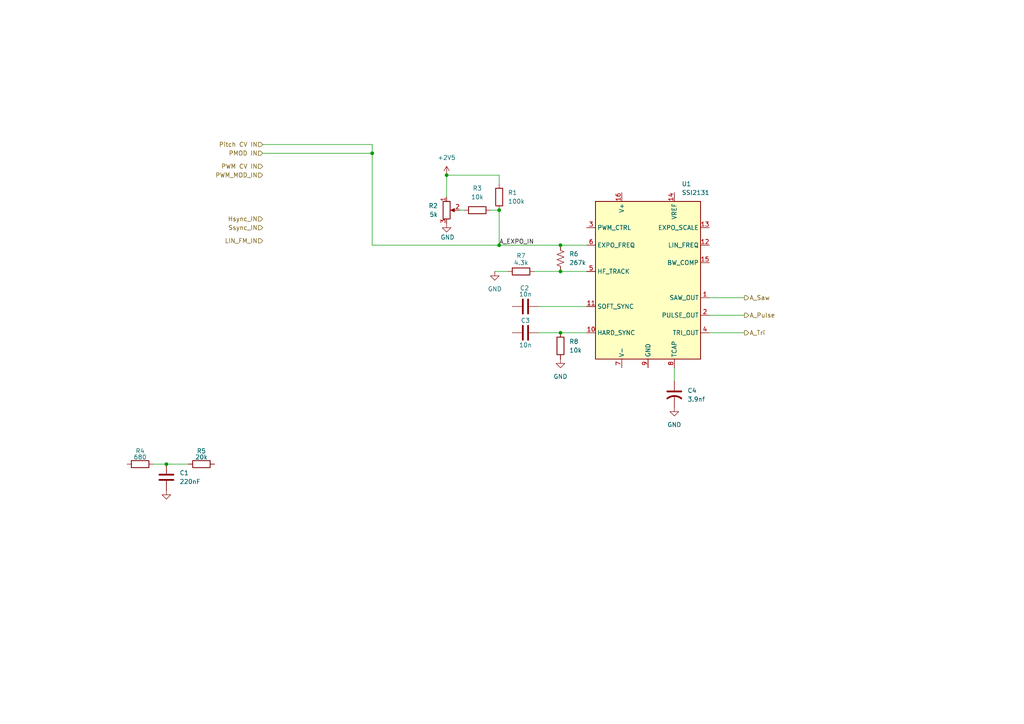
<source format=kicad_sch>
(kicad_sch (version 20250114) (generator "eeschema") (generator_version "9.0")
  (paper "A4")
  (lib_symbols
    (symbol "Device:C" (pin_numbers (hide yes)) (pin_names (offset 0.254))
      (property "Reference" "C" (at 0.635 2.54 0))
      (property "Value" "C" (at 0.635 -2.54 0))
      (symbol "C_0_1"
        (polyline (pts (xy -2.032 0.762) (xy 2.032 0.762)) (stroke (width 0.508)))
        (polyline (pts (xy -2.032 -0.762) (xy 2.032 -0.762)) (stroke (width 0.508)))
      )
      (symbol "C_1_1"
        (pin passive line (at 0 3.81 270) (length 2.794) (name "~") (number "1"))
        (pin passive line (at 0 -3.81 90) (length 2.794) (name "~") (number "2"))
      )
    )
    (symbol "Device:C_US" (pin_numbers (hide yes)) (pin_names (offset 0.254) (hide yes))
      (property "Reference" "C" (at 0.635 2.54 0))
      (property "Value" "C_US" (at 0.635 -2.54 0))
      (symbol "C_US_0_1"
        (polyline (pts (xy -2.032 0.762) (xy 2.032 0.762)) (stroke (width 0.508)))
        (arc (start -2.032 -1.27) (mid 0 -0.5572) (end 2.032 -1.27) (stroke (width 0.508)))
      )
      (symbol "C_US_1_1"
        (pin passive line (at 0 3.81 270) (length 2.794) (name "~") (number "1"))
        (pin passive line (at 0 -3.81 90) (length 3.302) (name "~") (number "2"))
      )
    )
    (symbol "Device:R" (pin_numbers (hide yes)) (pin_names (offset 0))
      (property "Reference" "R" (at 2.032 0 90))
      (property "Value" "R" (at 0 0 90))
      (symbol "R_0_1"
        (rectangle (start -1.016 -2.54) (end 1.016 2.54) (stroke (width 0.254)))
      )
      (symbol "R_1_1"
        (pin passive line (at 0 3.81 270) (length 1.27) (name "~") (number "1"))
        (pin passive line (at 0 -3.81 90) (length 1.27) (name "~") (number "2"))
      )
    )
    (symbol "Device:R_Potentiometer" (pin_names (offset 1.016) (hide yes))
      (property "Reference" "RV" (at -4.445 0 90))
      (property "Value" "R_Potentiometer" (at -2.54 0 90))
      (symbol "R_Potentiometer_0_1"
        (rectangle (start 1.016 2.54) (end -1.016 -2.54) (stroke (width 0.254)))
        (polyline (pts (xy 1.143 0) (xy 2.286 0.508) (xy 2.286 -0.508) (xy 1.143 0)) (fill (type outline)))
        (polyline (pts (xy 2.54 0) (xy 1.524 0)))
      )
      (symbol "R_Potentiometer_1_1"
        (pin passive line (at 0 3.81 270) (length 1.27) (name "1") (number "1"))
        (pin passive line (at 0 -3.81 90) (length 1.27) (name "3") (number "3"))
        (pin passive line (at 3.81 0 180) (length 1.27) (name "2") (number "2"))
      )
    )
    (symbol "Device:R_US" (pin_numbers (hide yes)) (pin_names (offset 0))
      (property "Reference" "R" (at 2.54 0 90))
      (property "Value" "R_US" (at -2.54 0 90))
      (symbol "R_US_0_1"
        (polyline (pts (xy 0 2.286) (xy 0 2.54)))
        (polyline (pts (xy 0 2.286) (xy 1.016 1.905) (xy 0 1.524) (xy -1.016 1.143) (xy 0 0.762)))
        (polyline (pts (xy 0 0.762) (xy 1.016 0.381) (xy 0 0) (xy -1.016 -0.381) (xy 0 -0.762)))
        (polyline (pts (xy 0 -0.762) (xy 1.016 -1.143) (xy 0 -1.524) (xy -1.016 -1.905) (xy 0 -2.286)))
        (polyline (pts (xy 0 -2.286) (xy 0 -2.54)))
      )
      (symbol "R_US_1_1"
        (pin passive line (at 0 3.81 270) (length 1.27) (name "~") (number "1"))
        (pin passive line (at 0 -3.81 90) (length 1.27) (name "~") (number "2"))
      )
    )
    (symbol "Sound_Semiconductor:SSI2131"
      (property "Reference" "U" (at 0 26.67 0))
      (property "Value" "SSI2131" (at 0 24.13 0))
      (symbol "SSI2131_0_1"
        (rectangle (start -15.24 22.86) (end 15.24 -22.86) (stroke (width 0.254)) (fill (type background)))
      )
      (symbol "SSI2131_1_1"
        (pin input line (at -17.78 15.24 0) (length 2.54) (name "PWM_CTRL") (number "3"))
        (pin input line (at -17.78 10.16 0) (length 2.54) (name "EXPO_FREQ") (number "6"))
        (pin input line (at -17.78 2.54 0) (length 2.54) (name "HF_TRACK") (number "5"))
        (pin input line (at -17.78 -7.62 0) (length 2.54) (name "SOFT_SYNC") (number "11"))
        (pin input line (at -17.78 -15.24 0) (length 2.54) (name "HARD_SYNC") (number "10"))
        (pin power_in line (at -7.62 25.4 270) (length 2.54) (name "V+") (number "16"))
        (pin power_in line (at -7.62 -25.4 90) (length 2.54) (name "V-") (number "7"))
        (pin power_in line (at 0 -25.4 90) (length 2.54) (name "GND") (number "9"))
        (pin input line (at 7.62 25.4 270) (length 2.54) (name "VREF") (number "14"))
        (pin passive line (at 7.62 -25.4 90) (length 2.54) (name "TCAP") (number "8"))
        (pin input line (at 17.78 15.24 180) (length 2.54) (name "EXPO_SCALE") (number "13"))
        (pin input line (at 17.78 10.16 180) (length 2.54) (name "LIN_FREQ") (number "12"))
        (pin input line (at 17.78 5.08 180) (length 2.54) (name "BW_COMP") (number "15"))
        (pin output line (at 17.78 -5.08 180) (length 2.54) (name "SAW_OUT") (number "1"))
        (pin output line (at 17.78 -10.16 180) (length 2.54) (name "PULSE_OUT") (number "2"))
        (pin output line (at 17.78 -15.24 180) (length 2.54) (name "TRI_OUT") (number "4"))
      )
    )
    (symbol "power:+2V5" (power) (pin_numbers (hide yes)) (pin_names (offset 0) (hide yes))
      (property "Value" "+2V5" (at 0 3.556 0))
      (symbol "+2V5_0_1"
        (polyline (pts (xy -0.762 1.27) (xy 0 2.54)))
        (polyline (pts (xy 0 2.54) (xy 0.762 1.27)))
        (polyline (pts (xy 0 0) (xy 0 2.54)))
      )
      (symbol "+2V5_1_1"
        (pin power_in line (at 0 0 90) (length 0) (name "~") (number "1"))
      )
    )
    (symbol "power:GND" (power) (pin_numbers (hide yes)) (pin_names (offset 0) (hide yes))
      (property "Value" "GND" (at 0 -3.81 0))
      (symbol "GND_0_1"
        (polyline (pts (xy 0 0) (xy 0 -1.27) (xy 1.27 -1.27) (xy 0 -2.54) (xy -1.27 -1.27) (xy 0 -1.27)))
      )
      (symbol "GND_1_1"
        (pin power_in line (at 0 0 270) (length 0) (name "~") (number "1"))
      )
    )
  )
  (junction (at 48.26 134.62))
  (junction (at 162.56 71.12))
  (junction (at 162.56 96.52))
  (junction (at 129.54 50.8))
  (junction (at 162.56 78.74))
  (junction (at 144.78 60.96))
  (junction (at 144.78 71.12))
  (junction (at 107.95 44.45))
  (wire (pts (xy 205.74 86.36) (xy 215.9 86.36)))
  (wire (pts (xy 142.24 60.96) (xy 144.78 60.96)))
  (wire (pts (xy 156.21 88.9) (xy 170.18 88.9)))
  (wire (pts (xy 44.45 134.62) (xy 48.26 134.62)))
  (wire (pts (xy 147.32 78.74) (xy 143.51 78.74)))
  (wire (pts (xy 48.26 134.62) (xy 54.61 134.62)))
  (wire (pts (xy 205.74 91.44) (xy 215.9 91.44)))
  (wire (pts (xy 162.56 71.12) (xy 170.18 71.12)))
  (wire (pts (xy 144.78 60.96) (xy 144.78 71.12)))
  (wire (pts (xy 129.54 50.8) (xy 129.54 57.15)))
  (wire (pts (xy 156.21 96.52) (xy 162.56 96.52)))
  (wire (pts (xy 133.35 60.96) (xy 134.62 60.96)))
  (wire (pts (xy 162.56 78.74) (xy 170.18 78.74)))
  (wire (pts (xy 107.95 71.12) (xy 144.78 71.12)))
  (wire (pts (xy 144.78 53.34) (xy 144.78 50.8)))
  (wire (pts (xy 162.56 96.52) (xy 170.18 96.52)))
  (wire (pts (xy 205.74 96.52) (xy 215.9 96.52)))
  (wire (pts (xy 107.95 44.45) (xy 107.95 71.12)))
  (wire (pts (xy 107.95 41.91) (xy 107.95 44.45)))
  (wire (pts (xy 76.2 41.91) (xy 107.95 41.91)))
  (wire (pts (xy 195.58 110.49) (xy 195.58 106.68)))
  (wire (pts (xy 144.78 71.12) (xy 162.56 71.12)))
  (wire (pts (xy 76.2 44.45) (xy 107.95 44.45)))
  (wire (pts (xy 154.94 78.74) (xy 162.56 78.74)))
  (wire (pts (xy 144.78 50.8) (xy 129.54 50.8)))
  (label "A_EXPO_IN" (at 144.78 71.12 0))
  (hierarchical_label "Hsync_IN" (shape input) (at 76.2 63.5 180))
  (hierarchical_label "LIN_FM_IN" (shape input) (at 76.2 69.85 180))
  (hierarchical_label "Pitch CV IN" (shape input) (at 76.2 41.91 180))
  (hierarchical_label "A_Tri" (shape output) (at 215.9 96.52 0))
  (hierarchical_label "A_Pulse" (shape output) (at 215.9 91.44 0))
  (hierarchical_label "Ssync_IN" (shape input) (at 76.2 66.04 180))
  (hierarchical_label "A_Saw" (shape output) (at 215.9 86.36 0))
  (hierarchical_label "PWM_MOD_IN" (shape input) (at 76.2 50.8 180))
  (hierarchical_label "PWM CV IN" (shape input) (at 76.2 48.26 180))
  (hierarchical_label "PMOD IN" (shape input) (at 76.2 44.45 180))
  (symbol (lib_id "power:GND") (at 195.58 118.11 0) (unit 1)
    (property "Reference" "#PWR06" (effects (hide yes)))
    (property "Value" "GND" (at 195.58 123.19 0))
    (property "Description" "Power symbol creates a global label with name \"GND\" , ground" (effects (hide yes)))
  )
  (symbol (lib_id "power:GND") (at 48.26 142.24 0) (unit 1)
    (property "Reference" "#PWR03" (effects (hide yes)))
    (property "Value" "GND" (effects (hide yes)))
    (property "Description" "Power symbol creates a global label with name \"GND\" , ground" (effects (hide yes)))
  )
  (symbol (lib_id "power:GND") (at 162.56 104.14 0) (unit 1)
    (property "Reference" "#PWR05" (effects (hide yes)))
    (property "Value" "GND" (at 162.56 109.22 0))
    (property "Description" "Power symbol creates a global label with name \"GND\" , ground" (effects (hide yes)))
  )
  (symbol (lib_id "power:GND") (at 129.54 64.77 0) (unit 1)
    (property "Reference" "#PWR02" (effects (hide yes)))
    (property "Value" "GND" (at 129.794 68.834 0))
    (property "Description" "Power symbol creates a global label with name \"GND\" , ground" (effects (hide yes)))
  )
  (symbol (lib_id "Device:C") (at 152.4 96.52 90) (unit 1)
    (property "Reference" "C3" (at 152.4 92.964 90))
    (property "Value" "10n" (at 152.4 100.076 90))
    (property "Footprint" "Capacitor_SMD:C_0603_1608Metric" (effects (hide yes)))
    (property "Description" "Unpolarized capacitor" (effects (hide yes)))
  )
  (symbol (lib_id "power:+2V5") (at 129.54 50.8 0) (unit 1)
    (property "Reference" "#PWR01" (effects (hide yes)))
    (property "Value" "+2V5" (at 129.54 45.72 0))
    (property "Description" "Power symbol creates a global label with name \"+2V5\"" (effects (hide yes)))
  )
  (symbol (lib_id "Device:R_US") (at 162.56 74.93 180) (unit 1)
    (property "Reference" "R6" (at 165.1 73.6599 0) (effects (justify right)))
    (property "Value" "267k" (at 165.1 76.1999 0) (effects (justify right)))
    (property "Footprint" "Resistor_THT:R_Axial_DIN0207_L6.3mm_D2.5mm_P5.08mm_Vertical" (effects (hide yes)))
    (property "Description" "Resistor, US symbol" (effects (hide yes)))
  )
  (symbol (lib_id "power:GND") (at 143.51 78.74 0) (unit 1)
    (property "Reference" "#PWR04" (effects (hide yes)))
    (property "Value" "GND" (at 143.51 83.82 0))
    (property "Description" "Power symbol creates a global label with name \"GND\" , ground" (effects (hide yes)))
  )
  (symbol (lib_id "Device:R") (at 40.64 134.62 90) (unit 1)
    (property "Reference" "R4" (at 40.64 130.81 90))
    (property "Value" "680" (at 40.64 132.588 90))
    (property "Footprint" "Resistor_SMD:R_0603_1608Metric" (effects (hide yes)))
    (property "Description" "Resistor" (effects (hide yes)))
  )
  (symbol (lib_id "Sound_Semiconductor:SSI2131") (at 187.96 81.28 0) (unit 1)
    (property "Reference" "U1" (at 197.7233 53.34 0) (effects (justify left)))
    (property "Value" "SSI2131" (at 197.7233 55.88 0) (effects (justify left)))
    (property "Footprint" "Package_SO:STC_SOP-16_3.9x9.9mm_P1.27mm" (effects (hide yes)))
    (property "Datasheet" "https://www.soundsemiconductor.com/downloads/ssi2131datasheet.pdf" (effects (hide yes)))
    (property "Description" "Audio VCO, SOP-16" (effects (hide yes)))
  )
  (symbol (lib_id "Device:R") (at 151.13 78.74 90) (unit 1)
    (property "Reference" "R7" (at 151.13 74.168 90))
    (property "Value" "4.3k" (at 151.13 76.2 90))
    (property "Footprint" "Resistor_SMD:R_0603_1608Metric" (effects (hide yes)))
    (property "Description" "Resistor" (effects (hide yes)))
  )
  (symbol (lib_id "Device:R_Potentiometer") (at 129.54 60.96 0) (unit 1)
    (property "Reference" "R2" (at 127 59.6899 0) (effects (justify right)))
    (property "Value" "5k" (at 127 62.2299 0) (effects (justify right)))
    (property "Footprint" "Potentiometer_THT:Potentiometer_Bourns_3296W_Vertical" (effects (hide yes)))
    (property "Description" "Potentiometer" (effects (hide yes)))
  )
  (symbol (lib_id "Device:C") (at 152.4 88.9 90) (unit 1)
    (property "Reference" "C2" (at 152.146 83.566 90))
    (property "Value" "10n" (at 152.4 85.344 90))
    (property "Footprint" "Capacitor_SMD:C_0603_1608Metric" (effects (hide yes)))
    (property "Description" "Unpolarized capacitor" (effects (hide yes)))
  )
  (symbol (lib_id "Device:R") (at 144.78 57.15 180) (unit 1)
    (property "Reference" "R1" (at 147.32 55.8799 0) (effects (justify right)))
    (property "Value" "100k" (at 147.32 58.4199 0) (effects (justify right)))
    (property "Footprint" "Resistor_SMD:R_0603_1608Metric" (effects (hide yes)))
    (property "Description" "Resistor" (effects (hide yes)))
  )
  (symbol (lib_id "Device:C_US") (at 195.58 114.3 0) (unit 1)
    (property "Reference" "C4" (at 199.39 113.2839 0) (effects (justify left)))
    (property "Value" "3.9nf" (at 199.39 115.8239 0) (effects (justify left)))
    (property "Footprint" "Capacitor_THT:C_Rect_L7.2mm_W2.5mm_P5.00mm_FKS2_FKP2_MKS2_MKP2" (effects (hide yes)))
    (property "Description" "capacitor, US symbol" (effects (hide yes)))
  )
  (symbol (lib_id "Device:R") (at 138.43 60.96 90) (unit 1)
    (property "Reference" "R3" (at 138.43 54.61 90))
    (property "Value" "10k" (at 138.43 57.15 90))
    (property "Footprint" "Resistor_SMD:R_0603_1608Metric" (effects (hide yes)))
    (property "Description" "Resistor" (effects (hide yes)))
  )
  (symbol (lib_id "Device:C") (at 48.26 138.43 0) (unit 1)
    (property "Reference" "C1" (at 52.07 137.1599 0) (effects (justify left)))
    (property "Value" "220nF" (at 52.07 139.6999 0) (effects (justify left)))
    (property "Footprint" "Capacitor_SMD:C_0603_1608Metric" (effects (hide yes)))
    (property "Description" "Unpolarized capacitor" (effects (hide yes)))
  )
  (symbol (lib_id "Device:R") (at 162.56 100.33 180) (unit 1)
    (property "Reference" "R8" (at 165.1 99.0599 0) (effects (justify right)))
    (property "Value" "10k" (at 165.1 101.5999 0) (effects (justify right)))
    (property "Footprint" "Resistor_SMD:R_0603_1608Metric" (effects (hide yes)))
    (property "Description" "Resistor" (effects (hide yes)))
  )
  (symbol (lib_id "Device:R") (at 58.42 134.62 90) (unit 1)
    (property "Reference" "R5" (at 58.42 130.81 90))
    (property "Value" "20k" (at 58.42 132.588 90))
    (property "Footprint" "Resistor_SMD:R_0603_1608Metric" (effects (hide yes)))
    (property "Description" "Resistor" (effects (hide yes)))
  )
)
</source>
